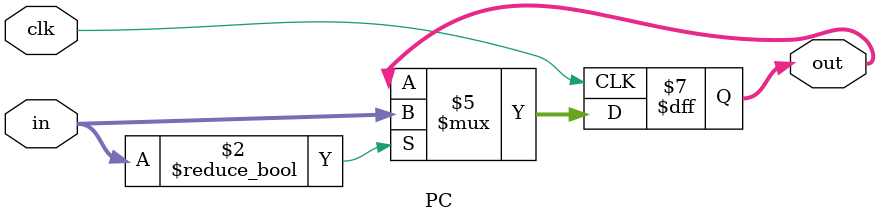
<source format=v>
`timescale 1ns / 1ps


module PC(clk, in, out);

input clk;
input [31:0] in;
output reg [31:0] out;

initial begin
    out = 0;
end

always @(posedge clk) 
begin
    if(in)
    begin
        out = in;
    end
end



endmodule

</source>
